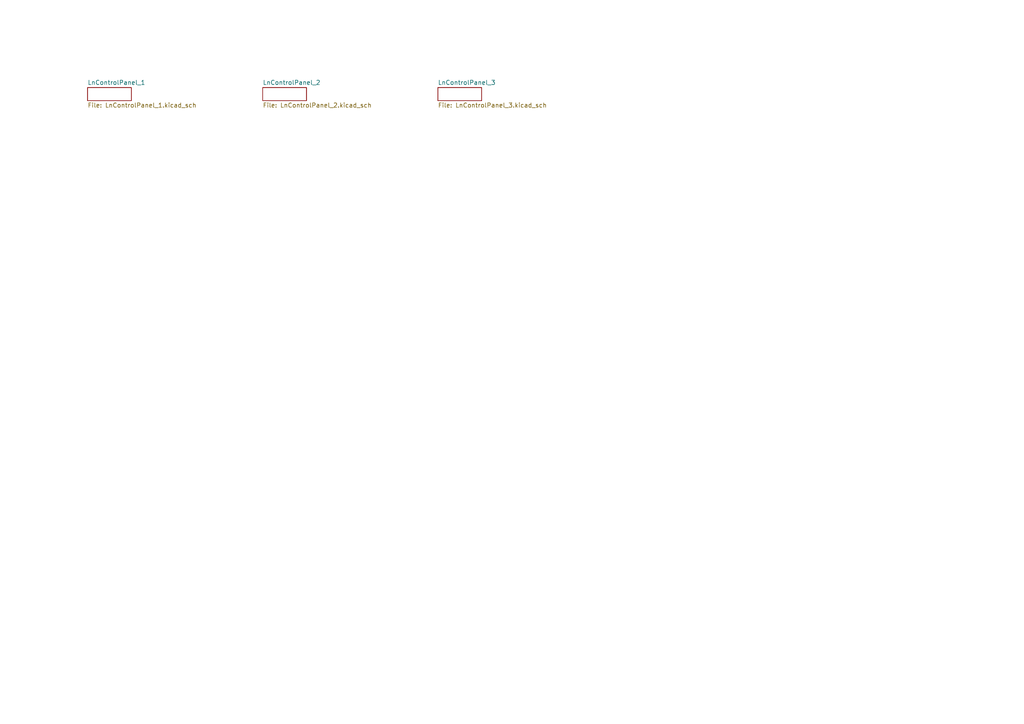
<source format=kicad_sch>
(kicad_sch
	(version 20231120)
	(generator "eeschema")
	(generator_version "8.0")
	(uuid "59309ff8-57f8-4fa6-b036-866f4cf3d4d0")
	(paper "A4")
	(lib_symbols)
	(sheet
		(at 76.2 25.4)
		(size 12.7 3.81)
		(fields_autoplaced yes)
		(stroke
			(width 0)
			(type solid)
		)
		(fill
			(color 0 0 0 0.0000)
		)
		(uuid "b78346b3-58f8-4c69-aed5-6b1e56b276f9")
		(property "Sheetname" "LnControlPanel_2"
			(at 76.2 24.6884 0)
			(effects
				(font
					(size 1.27 1.27)
				)
				(justify left bottom)
			)
		)
		(property "Sheetfile" "LnControlPanel_2.kicad_sch"
			(at 76.2 29.7946 0)
			(effects
				(font
					(size 1.27 1.27)
				)
				(justify left top)
			)
		)
		(instances
			(project "MHB Eagle Vorlagen"
				(path "/59309ff8-57f8-4fa6-b036-866f4cf3d4d0"
					(page "2")
				)
			)
		)
	)
	(sheet
		(at 127 25.4)
		(size 12.7 3.81)
		(fields_autoplaced yes)
		(stroke
			(width 0)
			(type solid)
		)
		(fill
			(color 0 0 0 0.0000)
		)
		(uuid "ccb424c4-8e17-47ec-b174-9331f18d6b42")
		(property "Sheetname" "LnControlPanel_3"
			(at 127 24.6884 0)
			(effects
				(font
					(size 1.27 1.27)
				)
				(justify left bottom)
			)
		)
		(property "Sheetfile" "LnControlPanel_3.kicad_sch"
			(at 127 29.7946 0)
			(effects
				(font
					(size 1.27 1.27)
				)
				(justify left top)
			)
		)
		(instances
			(project "MHB Eagle Vorlagen"
				(path "/59309ff8-57f8-4fa6-b036-866f4cf3d4d0"
					(page "3")
				)
			)
		)
	)
	(sheet
		(at 25.4 25.4)
		(size 12.7 3.81)
		(fields_autoplaced yes)
		(stroke
			(width 0)
			(type solid)
		)
		(fill
			(color 0 0 0 0.0000)
		)
		(uuid "da773fc5-2744-4368-b9d8-281e3567f7a8")
		(property "Sheetname" "LnControlPanel_1"
			(at 25.4 24.6884 0)
			(effects
				(font
					(size 1.27 1.27)
				)
				(justify left bottom)
			)
		)
		(property "Sheetfile" "LnControlPanel_1.kicad_sch"
			(at 25.4 29.7946 0)
			(effects
				(font
					(size 1.27 1.27)
				)
				(justify left top)
			)
		)
		(instances
			(project "MHB Eagle Vorlagen"
				(path "/59309ff8-57f8-4fa6-b036-866f4cf3d4d0"
					(page "1")
				)
			)
		)
	)
	(sheet_instances
		(path "/"
			(page "1")
		)
	)
)
</source>
